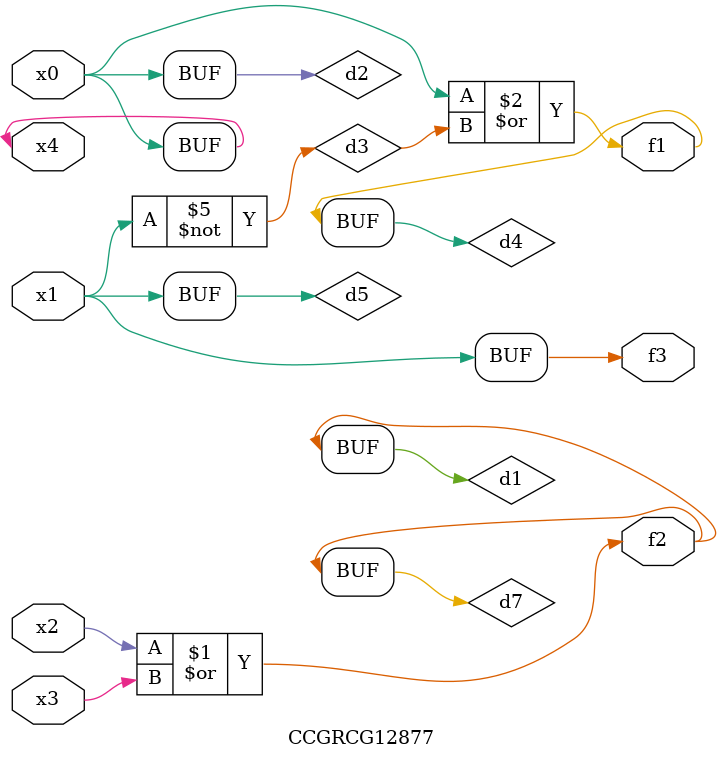
<source format=v>
module CCGRCG12877(
	input x0, x1, x2, x3, x4,
	output f1, f2, f3
);

	wire d1, d2, d3, d4, d5, d6, d7;

	or (d1, x2, x3);
	buf (d2, x0, x4);
	not (d3, x1);
	or (d4, d2, d3);
	not (d5, d3);
	nand (d6, d1, d3);
	or (d7, d1);
	assign f1 = d4;
	assign f2 = d7;
	assign f3 = d5;
endmodule

</source>
